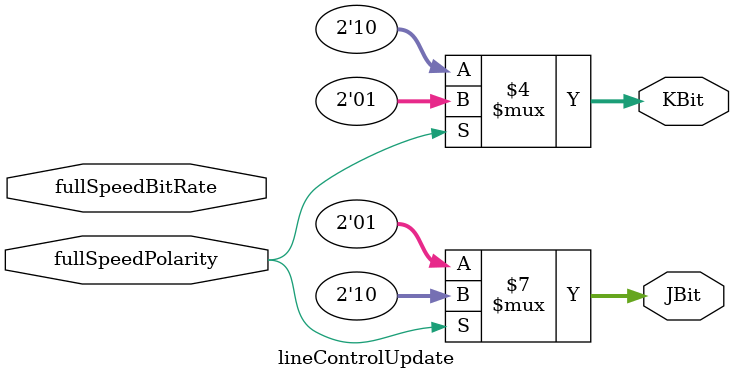
<source format=v>
module lineControlUpdate(fullSpeedPolarity, fullSpeedBitRate, JBit, KBit);
input fullSpeedPolarity;
input fullSpeedBitRate;
output [1:0] JBit;
output [1:0] KBit;

wire fullSpeedPolarity;
wire fullSpeedBitRate;
reg [1:0] JBit;
reg [1:0] KBit;



always @(fullSpeedPolarity)
begin
    if (fullSpeedPolarity == 1'b1)
  begin
      JBit = 2'b10;
      KBit = 2'b01;
    end
    else
  begin
      JBit = 2'b01;
      KBit = 2'b10;
    end
end


endmodule

</source>
